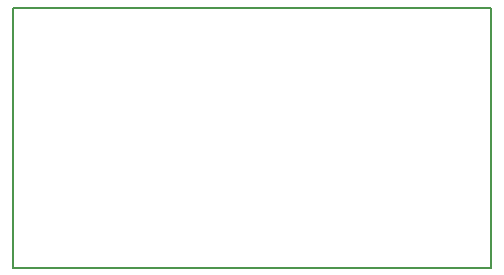
<source format=gbr>
G04 #@! TF.FileFunction,Profile,NP*
%FSLAX46Y46*%
G04 Gerber Fmt 4.6, Leading zero omitted, Abs format (unit mm)*
G04 Created by KiCad (PCBNEW 4.0.2-stable) date 3/31/2017 5:09:52 PM*
%MOMM*%
G01*
G04 APERTURE LIST*
%ADD10C,0.100000*%
%ADD11C,0.150000*%
G04 APERTURE END LIST*
D10*
D11*
X174500000Y-71000000D02*
X134000000Y-71000000D01*
X174500000Y-93000000D02*
X174500000Y-71000000D01*
X134000000Y-93000000D02*
X174500000Y-93000000D01*
X134000000Y-71000000D02*
X134000000Y-93000000D01*
M02*

</source>
